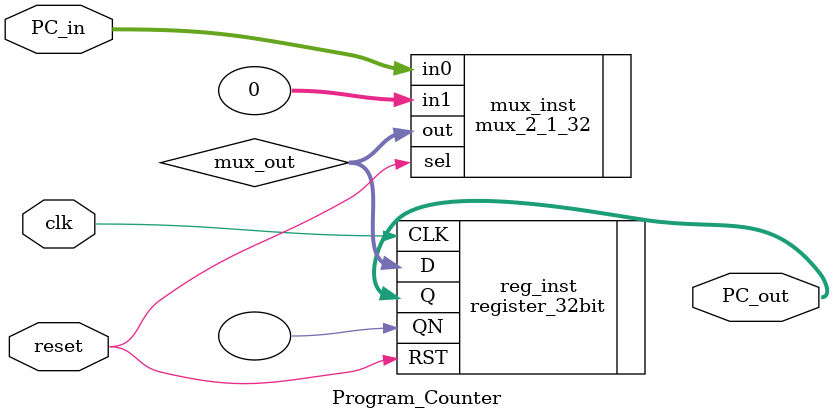
<source format=v>
/*
    -----------------------------------------------------------------------------
    Module Name: Program_Counter
    Description: This module implements a Program Counter (PC) for a single-cycle
                             MIPS processor using a 2-to-1 multiplexer and a register module.
    -----------------------------------------------------------------------------

    Input Ports:
    - clk   : Clock signal. The PC is updated on the rising edge of this signal.
    - reset : Active-high reset signal. When asserted, the PC is reset to 0x00000000.
    - PC_in : 32-bit input representing the next instruction address to be loaded 
                        into the PC.

    Output Ports:
    - PC_out: 32-bit output representing the current value of the Program Counter.
*/

module Program_Counter(
        input             clk,       
        input             reset,     
        input      [31:0] PC_in,     
        output     [31:0] PC_out    
);
        wire [31:0] PC_out_wire;
        wire [31:0] mux_out;

        // Instantiate the 2-to-1 multiplexer
        mux_2_1_32 mux_inst (
                .sel(reset),         
                .in0(PC_in),         
                .in1(32'h00000000),  
                .out(mux_out)        
        );

        // Instantiate the register
        register_32bit reg_inst (
            .D(mux_out),        
            .CLK(clk),          
            .RST(reset),        
            .Q(PC_out),  
            .QN()             
        );
endmodule
</source>
